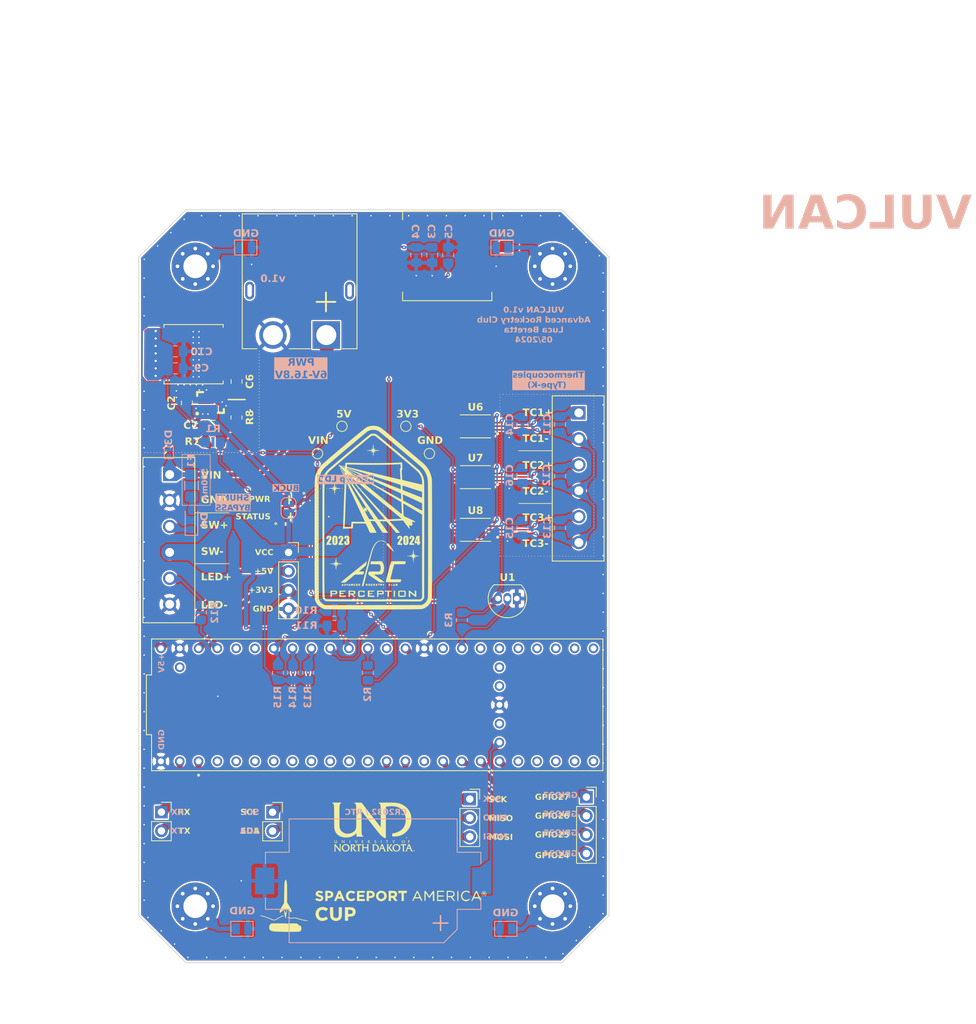
<source format=kicad_pcb>
(kicad_pcb (version 20240108) (generator "pcbnew") (generator_version "8.0")
  (title_block (title "VULCAN") (date "5/7/2024") (rev "0") (comment 4 "Luca Beretta"))
  (layers (0 "F.Cu" signal) (31 "B.Cu" signal) (34 "B.Paste" user) (35 "F.Paste" user) (36 "B.SilkS" user "B.Silkscreen") (37 "F.SilkS" user "F.Silkscreen") (38 "B.Mask" user) (39 "F.Mask" user) (44 "Edge.Cuts" user))
  (net 0 "")
  (net 1 "GND")
  (net 2 "+3V3")
  (net 3 "/+5V")
  (net 4 "/VBAT_COIN")
  (net 5 "/T1")
  (net 6 "/T-")
  (net 7 "/T2")
  (net 8 "/T3")
  (net 9 "/SPI_MISO")
  (net 10 "/SPI_SCK")
  (net 11 "/SPI_MOSI")
  (net 12 "/I2C_SCL")
  (net 13 "/I2C_SDA")
  (net 14 "/TX")
  (net 15 "/RX")
  (net 16 "/GPIO25")
  (net 17 "/GPIO24")
  (net 18 "/GPIO27")
  (net 19 "/GPIO26")
  (net 20 "/PITOT")
  (net 21 "/VBAT_CURRENT_SENSE")
  (net 22 "/TC_DATA")
  (net 23 "/VCC")
  (net 24 "/BOARD_TEMP")
  (net 25 "/VCC_SENSE")
  (net 26 "/VBAT_SW")
  (net 27 "/LED_GRN")
  (net 28 "/VBAT")
  (net 29 "/VBAT_RP")
  (net 30 "Net-(D2-PadA)")
  (net 31 "Net-(JP1-B)")
  (net 32 "Net-(JP3-A)")
  (net 33 "Net-(JP4-A)")
  (net 34 "Net-(JP5-A)")
  (net 35 "Net-(JP6-A)")
  (net 64 "Net-(D1-PadA)")
  (net 66 "Net-(U4-FB)")
  (net 67 "Net-(U4-SW)")
  (net 68 "Net-(U4-BST)")
  (net 69 "Net-(D4-A)")
  (net 75 "/LED_EXT")
  (net 78 "Net-(J7-Pin_5)")
  (footprint "Resistor_SMD:R_0805_2012Metric_Pad1.20x1.40mm_HandSolder" (layer "F.Cu") (at 162.4076 77.0382)
    (property "Reference" "R7")
    (property "Value" "220k")
  )
  (footprint "CustomFootprintLib:IND_SRN8040TA-6R8M" (layer "F.Cu") (at 159.7858 65.2018 180)
    (property "Reference" "L1" (hide yes))
    (property "Value" "6.8uH")
  )
  (footprint "Package_TO_SOT_THT:TO-92_Inline" (layer "F.Cu") (at 203.454 98.171 180)
    (property "Reference" "U1")
    (property "Value" "DS18B20+")
  )
  (footprint "Resistor_SMD:R_0805_2012Metric_Pad1.20x1.40mm_HandSolder" (layer "F.Cu") (at 165.5826 73.7456 90)
    (property "Reference" "R8")
    (property "Value" "41.2k")
  )
  (footprint "TestPoint:TestPoint_Pad_D1.0mm" (layer "F.Cu") (at 179.832 74.93 -90)
    (property "Reference" "TP2" (hide yes))
    (property "Value" "+5V")
  )
  (footprint "MountingHole:MountingHole_3.2mm_M3_Pad_Via" (layer "F.Cu") (at 160.02 53.34)
    (property "Reference" "H1" (hide yes))
    (property "Value" "MountingHole_Pad")
  )
  (footprint "CustomFootprintLib:SON50P300X400X80-11N" (layer "F.Cu") (at 197.866 74.938 180)
    (property "Reference" "U6")
    (property "Value" "MAX31850KATB+T")
  )
  (footprint "CustomFootprintLib:SON50P300X400X80-11N" (layer "F.Cu") (at 197.866 81.796 180)
    (property "Reference" "U7")
    (property "Value" "MAX31850KATB+T")
  )
  (footprint "Capacitor_SMD:C_0805_2012Metric_Pad1.18x1.45mm_HandSolder" (layer "F.Cu") (at 158.8912 71.7804 90)
    (property "Reference" "C2")
    (property "Value" "10uF")
  )
  (footprint "Skyhawkson_Footprints:OSRAM_0805" (layer "F.Cu") (at 172.7962 84.8614)
    (property "Reference" "D1" (hide yes))
    (property "Value" "CMD17-21VRD/TR8")
  )
  (footprint "Capacitor_SMD:C_0805_2012Metric_Pad1.18x1.45mm_HandSolder" (layer "F.Cu") (at 165.5968 68.8848 90)
    (property "Reference" "C6")
    (property "Value" "0.1uF")
  )
  (footprint "CustomFootprintLib:AMASS_XT60PW-M" (layer "F.Cu") (at 174.117 56.617)
    (property "Reference" "J1" (hide yes))
    (property "Value" "XT60PW-M")
  )
  (footprint "TestPoint:TestPoint_Pad_D1.0mm" (layer "F.Cu") (at 176.53 78.610832)
    (property "Reference" "TP4" (hide yes))
    (property "Value" "VIN")
  )
  (footprint "LOGO" (layer "F.Cu") (at 184.15 87.122)
    (property "Reference" "G1" (hide yes))
    (property "Value" "LOGO" (hide yes))
  )
  (footprint "CustomFootprintLib:TERMBLOCK_OSTTE060104" (layer "F.Cu") (at 211.836 73.122 -90)
    (property "Reference" "J8" (hide yes))
    (property "Value" "Screw_Terminal_01x06" (hide yes))
  )
  (footprint "LOGO" (layer "F.Cu") (at 184.013289 139.7)
    (property "Reference" "G***" (hide yes))
    (property "Value" "LOGO" (hide yes))
  )
  (footprint "Connector_PinSocket_2.54mm:PinSocket_1x03_P2.54mm_Vertical" (layer "F.Cu") (at 197.104 125.237)
    (property "Reference" "J5" (hide yes))
    (property "Value" "SPI")
  )
  (footprint "Capacitor_SMD:C_0805_2012Metric_Pad1.18x1.45mm_HandSolder" (layer "F.Cu") (at 162.429 74.8538)
    (property "Reference" "C7")
    (property "Value" "47pF")
  )
  (footprint "Connector_PinSocket_2.54mm:PinSocket_1x02_P2.54mm_Vertical" (layer "F.Cu") (at 155.448 127)
    (property "Reference" "J4" (hide yes))
    (property "Value" "Serial")
  )
  (footprint "CustomFootprintLib:TERMBLOCK_OSTTE060104" (layer "F.Cu") (at 156.564 81.447 -90)
    (property "Reference" "J7" (hide yes))
    (property "Value" "Screw_Terminal_01x06" (hide yes))
  )
  (footprint "MountingHole:MountingHole_3.2mm_M3_Pad_Via" (layer "F.Cu") (at 208.28 53.34)
    (property "Reference" "H2" (hide yes))
    (property "Value" "MountingHole_Pad")
  )
  (footprint "LOGO" (layer "F.Cu") (at 184.06537 129.032)
    (property "Reference" "G***" (hide yes))
    (property "Value" "LOGO" (hide yes))
  )
  (footprint "TestPoint:TestPoint_Pad_D1.0mm" (layer "F.Cu") (at 188.468 74.93)
    (property "Reference" "TP3" (hide yes))
    (property "Value" "+3V3")
  )
  (footprint "CustomFootprintLib:MODULE_DEV-16771" (layer "F.Cu") (at 184.596667 112.522)
    (property "Reference" "U5" (hide yes))
    (property "Value" "Teensy 4.1")
  )
  (footprint "MountingHole:MountingHole_3.2mm_M3_Pad_Via" (layer "F.Cu") (at 208.28 139.7)
    (property "Reference" "H4" (hide yes))
    (property "Value" "MountingHole_Pad")
  )
  (footprint "TestPoint:TestPoint_Pad_D1.0mm" (layer "F.Cu") (at 191.647 78.610832 -90)
    (property "Reference" "TP1" (hide yes))
    (property "Value" "GND")
  )
  (footprint "MountingHole:MountingHole_3.2mm_M3_Pad_Via" (layer "F.Cu") (at 160.02 139.7)
    (property "Reference" "H3" (hide yes))
    (property "Value" "MountingHole_Pad")
  )
  (footprint "SnapEDA Library:XDCR_MPXV7002DP" (layer "F.Cu") (at 194.056 51.943)
    (property "Reference" "U3" (hide yes))
    (property "Value" "MPXV7002DP" (hide yes))
  )
  (footprint "CustomFootprintLib:AP63356 (V-DFN3020-13)" (layer "F.Cu") (at 162.0794 71.7178)
    (property "Reference" "U4" (hide yes))
    (property "Value" "AP63357QZV-7" (hide yes))
  )
  (footprint "Connector_PinSocket_2.54mm:PinSocket_1x04_P2.54mm_Vertical" (layer "F.Cu") (at 212.852 124.968)
    (property "Reference" "J6" (hide yes))
    (property "Value" "GPIO")
  )
  (footprint "Skyhawkson_Footprints:OSRAM_0805" (layer "F.Cu") (at 172.7962 87.1728 180)
    (property "Reference" "D2" (hide yes))
    (property "Value" "CMD17-21VGD/TR8")
  )
  (footprint "Connector_PinSocket_2.54mm:PinSocket_1x02_P2.54mm_Vertical" (layer "F.Cu") (at 170.459 127.02)
    (property "Reference" "J3" (hide yes))
    (property "Value" "I2C")
  )
  (footprint "CustomFootprintLib:SON50P300X400X80-11N" (layer "F.Cu") (at 197.866 88.9 180)
    (property "Reference" "U8")
    (property "Value" "MAX31850KATB+T")
  )
  (footprint "Connector_PinSocket_2.54mm:PinSocket_1x04_P2.54mm_Vertical" (layer "F.Cu") (at 172.618 91.958)
    (property "Reference" "J2" (hide yes))
    (property "Value" "POWER")
  )
  (footprint "Capacitor_SMD:C_0805_2012Metric_Pad1.18x1.45mm_HandSolder" (layer "B.Cu") (at 204.216 74.6975 -90)
    (property "Reference" "C14")
    (property "Value" "0.1uF")
  )
  (footprint "CustomFootprintLib:SolderJumper" (layer "B.Cu") (at 166.84 50.85)
    (property "Reference" "JP3" (hide yes))
    (property "Value" "Jumper_2_Open")
  )
  (footprint "Jumper:SolderJumper-2_P1.3mm_Open_RoundedPad1.0x1.5mm" (layer "B.Cu") (at 172.6184 85.964 90)
    (property "Reference" "JP1" (hide yes))
    (property "Value" "Jumper_2_Open")
  )
  (footprint "PCM_Diode_SMD_Handsoldering_AKL:D_SOD-882_DFN1006-2_TVS" (layer "B.Cu") (at 156.464 78.486 -90)
    (property "Reference" "D3")
    (property "Value" "SPHV12-01ETG-C" (hide yes))
  )
  (footprint "Capacitor_SMD:C_0805_2012Metric_Pad1.18x1.45mm_HandSolder" (layer "B.Cu") (at 194.183 51.816 90)
    (property "Reference" "C5")
    (property "Value" "470pF")
  )
  (footprint "Fuse:Fuse_1206_3216Metric_Pad1.42x1.75mm_HandSolder" (layer "B.Cu") (at 159.512 82.931 -90)
    (property "Reference" "F1")
    (property "Value" "500mA")
  )
  (footprint "Capacitor_SMD:C_0805_2012Metric_Pad1.18x1.45mm_HandSolder" (layer "B.Cu") (at 157.3418 64.8208)
    (property "Reference" "C10")
    (property "Value" "22uF")
  )
  (footprint "Battery:BatteryHolder_Keystone_1060_1x2032" (layer "B.Cu") (at 184.05 136.271 180)
    (property "Reference" "BT1" (hide yes))
    (property "Value" "Battery_Cell")
  )
  (footprint "Capacitor_SMD:C_0805_2012Metric_Pad1.18x1.45mm_HandSolder" (layer "B.Cu") (at 204.216 81.5555 -90)
    (property "Reference" "C16")
    (property "Value" "0.1uF")
  )
  (footprint "Diode_SMD:D_SOD-323_HandSoldering" (layer "B.Cu") (at 159.512 87.63 90)
    (property "Reference" "D4")
    (property "Value" "BAT165AX")
  )
  (footprint "CustomFootprintLib:SolderJumper" (layer "B.Cu") (at 201.46 50.75 180)
    (property "Reference" "JP4" (hide yes))
    (property "Value" "Jumper_2_Open")
  )
  (footprint "Resistor_SMD:R_0805_2012Metric_Pad1.20x1.40mm_HandSolder" (layer "B.Cu") (at 160.782 100.06 90)
    (property "Reference" "R12")
    (property "Value" "R")
  )
  (footprint "Capacitor_SMD:C_0805_2012Metric_Pad1.18x1.45mm_HandSolder" (layer "B.Cu") (at 209.296 81.661 -90)
    (property "Reference" "C12")
    (property "Value" "0.01uF")
  )
  (footprint "CustomFootprintLib:SolderJumper" (layer "B.Cu") (at 166.332 142.798)
    (property "Reference" "JP5" (hide yes))
    (property "Value" "Jumper_2_Open")
  )
  (footprint "Capacitor_SMD:C_0805_2012Metric_Pad1.18x1.45mm_HandSolder" (layer "B.Cu") (at 189.865 51.816 -90)
    (property "Reference" "C4")
    (property "Value" "1.0uF")
  )
  (footprint "Capacitor_SMD:C_0805_2012Metric_Pad1.18x1.45mm_HandSolder" (layer "B.Cu") (at 209.296 88.646 -90)
    (property "Reference" "C13")
    (property "Value" "0.01uF")
  )
  (footprint "Resistor_SMD:R_0805_2012Metric_Pad1.20x1.40mm_HandSolder" (layer "B.Cu") (at 171.196 108.204 -90)
    (property "Reference" "R15")
    (property "Value" "4.7k")
  )
  (footprint "Capacitor_SMD:C_0805_2012Metric_Pad1.18x1.45mm_HandSolder" (layer "B.Cu") (at 192.024 51.816 -90)
    (property "Reference" "C3")
    (property "Value" "0.01uF")
  )
  (footprint "Capacitor_SMD:C_0805_2012Metric_Pad1.18x1.45mm_HandSolder" (layer "B.Cu") (at 209.296 74.676 -90)
    (property "Reference" "C11")
    (property "Value" "0.01uF")
  )
  (footprint "Resistor_SMD:R_0805_2012Metric_Pad1.20x1.40mm_HandSolder" (layer "B.Cu") (at 196.0372 101.092 -90)
    (property "Reference" "R3")
    (property "Value" "4.7k")
  )
  (footprint "Capacitor_SMD:C_0805_2012Metric_Pad1.18x1.45mm_HandSolder" (layer "B.Cu") (at 204.216 88.6675 -90)
    (property "Reference" "C15")
    (property "Value" "0.1uF")
  )
  (footprint "CustomFootprintLib:SolderJumper" (layer "B.Cu") (at 201.968 142.698 180)
    (property "Reference" "JP6" (hide yes))
    (property "Value" "Jumper_2_Open")
  )
  (footprint "Resistor_SMD:R_0805_2012Metric_Pad1.20x1.40mm_HandSolder" (layer "B.Cu") (at 178.816 99.822)
    (property "Reference" "R10")
    (property "Value" "300k")
  )
  (footprint "Resistor_SMD:R_0805_2012Metric_Pad1.20x1.40mm_HandSolder" (layer "B.Cu") (at 175.26 108.204 90)
    (property "Reference" "R13")
    (property "Value" "4.7k")
  )
  (footprint "Resistor_SMD:R_0805_2012Metric_Pad1.20x1.40mm_HandSolder" (layer "B.Cu") (at 162.4076 77.089)
    (property "Reference" "R1")
    (property "Value" "150")
  )
  (footprint "Resistor_SMD:R_0805_2012Metric_Pad1.20x1.40mm_HandSolder" (layer "B.Cu") (at 173.228 108.204 90)
    (property "Reference" "R14")
    (property "Value" "4.7k")
  )
  (footprint "Capacitor_SMD:C_0805_2012Metric_Pad1.18x1.45mm_HandSolder" (layer "B.Cu") (at 157.3418 67.1068)
    (property "Reference" "C9")
    (property "Value" "22uF")
  )
  (footprint "Resistor_SMD:R_0805_2012Metric_Pad1.20x1.40mm_HandSolder" (layer "B.Cu") (at 183.3372 108.204 90)
    (property "Reference" "R2")
    (property "Value" "62")
  )
  (footprint "Resistor_SMD:R_0805_2012Metric_Pad1.20x1.40mm_HandSolder" (layer "B.Cu") (at 178.816 101.854 180)
    (property "Reference" "R11")
    (property "Value" "100k")
  )
  (gr_rect (start 176.53 83.312) (end 185.42 98.298) (stroke (width 0.1) (type dot)) (fill none) (layer "B.SilkS"))
  (gr_rect (start 201.168 70.612) (end 213.868 92.456) (stroke (width 0.1) (type dot)) (fill none) (layer "B.SilkS"))
  (gr_rect (start 158.242 78.74) (end 162.052 85.598) (stroke (width 0.1)) (fill none) (layer "B.SilkS"))
  (gr_line (start 164.592 93.472) (end 160.02 93.472) (stroke (width 0.1)) (layer "F.SilkS"))
  (gr_line (start 208.2292 78.232) (end 203.708 78.232) (stroke (width 0.1)) (layer "F.SilkS"))
  (gr_line (start 153.162 78.486) (end 168.656 78.486) (stroke (width 0.1) (type dot)) (layer "F.SilkS"))
  (gr_line (start 208.2292 85.344) (end 203.708 85.344) (stroke (width 0.1)) (layer "F.SilkS"))
  (gr_line (start 166.7652 71.3232) (end 164.4792 71.3232) (stroke (width 0.2)) (layer "F.SilkS"))
  (gr_line (start 164.592 86.614) (end 160.02 86.614) (stroke (width 0.1)) (layer "F.SilkS"))
  (gr_line (start 168.656 64.77) (end 168.656 78.486) (stroke (width 0.1) (type dot)) (layer "F.SilkS"))
  (gr_line (start 158.75 147.32) (end 209.55 147.32) (stroke (width 0.1)) (layer "Edge.Cuts"))
  (gr_line (start 209.55 147.32) (end 215.9 140.97) (stroke (width 0.1)) (layer "Edge.Cuts"))
  (gr_line (start 152.4 52.07) (end 152.4 140.97) (stroke (width 0.1)) (layer "Edge.Cuts"))
  (gr_line (start 158.75 45.72) (end 152.4 52.07) (stroke (width 0.1)) (layer "Edge.Cuts"))
  (gr_line (start 152.4 140.97) (end 158.75 147.32) (stroke (width 0.1)) (layer "Edge.Cuts"))
  (gr_line (start 209.55 45.72) (end 158.75 45.72) (stroke (width 0.1)) (layer "Edge.Cuts"))
  (gr_line (start 215.9 52.07) (end 209.55 45.72) (stroke (width 0.1)) (layer "Edge.Cuts"))
  (gr_line (start 215.9 140.97) (end 215.9 52.07) (stroke (width 0.1)) (layer "Edge.Cuts"))
  (gr_text "MOSI" (at 198.882 130.81 -0) (layer "B.SilkS") (effects (font (size 0.8 0.8) (thickness 0.2) (bold yes)) (justify right bottom mirror)))
  (gr_text "GPIO25" (at 207.01 130.302 -0) (layer "B.SilkS") (effects (font (size 0.8 0.8) (thickness 0.2) (bold yes)) (justify right bottom mirror)))
  (gr_text "PWR\n6V-16.8V" (at 174.3202 68.6054 0) (layer "B.SilkS" knockout) (effects (font (size 1 1) (thickness 0.2) (bold yes)) (justify bottom mirror)))
  (gr_text "VULCAN v1.0\nAdvanced Rocketry Club\nLuca Beretta\n05/2024" (at 205.74 63.754 0) (layer "B.SilkS") (effects (font (size 0.8 0.8) (thickness 0.2) (bold yes)) (justify bottom mirror)))
  (gr_text "SCK" (at 198.882 125.73 -0) (layer "B.SilkS") (effects (font (size 0.8 0.8) (thickness 0.2) (bold yes)) (justify right bottom mirror)))
  (gr_text "GND" (at 166.878 49.53 0) (layer "B.SilkS") (effects (font (size 1 1) (thickness 0.2) (bold yes)) (justify bottom mirror)))
  (gr_text "SHUNT\nBYPASS" (at 165.1254 86.4362 0) (layer "B.SilkS" knockout) (effects (font (size 0.8 0.8) (thickness 0.2) (bold yes)) (justify bottom mirror)))
  (gr_text "BUCK" (at 174.0408 83.7946 0) (layer "B.SilkS" knockout) (effects (font (size 0.8 0.8) (thickness 0.2) (bold yes)) (justify left bottom mirror)))
  (gr_text "GPIO26" (at 207.01 127.762 -0) (layer "B.SilkS") (effects (font (size 0.8 0.8) (thickness 0.2) (bold yes)) (justify right bottom mirror)))
  (gr_text "GND" (at 166.37 140.97 0) (layer "B.SilkS") (effects (font (size 1 1) (thickness 0.2) (bold yes)) (justify bottom mirror)))
  (gr_text "Thermocouples \n(Type-K)" (at 207.518 69.85 0) (layer "B.SilkS" knockout) (effects (font (size 0.8 0.8) (thickness 0.2) (bold yes)) (justify bottom mirror)))
  (gr_text "SDA" (at 168.656 130.048 -0) (layer "B.SilkS") (effects (font (size 0.8 0.8) (thickness 0.2) (bold yes)) (justify left bottom mirror)))
  (gr_text "GND" (at 201.422 49.53 0) (layer "B.SilkS") (effects (font (size 1 1) (thickness 0.2) (bold yes)) (justify bottom mirror)))
  (gr_text "GPIO24" (at 207.01 133.096 -0) (layer "B.SilkS") (effects (font (size 0.8 0.8) (thickness 0.2) (bold yes)) (justify right bottom mirror)))
  (gr_text "Backup LDO" (at 184.15 82.55 0) (layer "B.SilkS" knockout) (effects (font (size 0.8 0.8) (thickness 0.2) (bold yes)) (justify left bottom mirror)))
  (gr_text "CR2032 / RTC" (at 184.404 127.508 0) (layer "B.SilkS") (effects (font (size 0.8 0.8) (thickness 0.2) (bold yes)) (justify bottom mirror)))
  (gr_text "VULCAN" (at 264.922 49.022 0) (layer "B.SilkS") (effects (font (size 4.5 4.5) (thickness 0.3) (bold yes) (italic yes)) (justify left bottom mirror)))
  (gr_text "+5V" (at 155.956 108.204 90) (layer "B.SilkS") (effects (font (size 0.8 0.8) (thickness 0.2) (bold yes)) (justify right bottom mirror)))
  (gr_text "MISO" (at 198.882 128.27 -0) (layer "B.SilkS") (effects (font (size 0.8 0.8) (thickness 0.2) (bold yes)) (justify right bottom mirror)))
  (gr_text "GPIO27" (at 207.01 125.222 -0) (layer "B.SilkS") (effects (font (size 0.8 0.8) (thickness 0.2) (bold yes)) (justify right bottom mirror)))
  (gr_text "500mA" (at 161.798 84.963 90) (layer "B.SilkS") (effects (font (size 0.8 0.8) (thickness 0.2) (bold yes)) (justify right bottom mirror)))
  (gr_text "v1.0" (at 172.212 55.626 0) (layer "B.SilkS") (effects (font (size 1 1) (thickness 0.2) (bold yes)) (justify left bottom mirror)))
  (gr_text "SCL" (at 168.656 127.508 -0) (layer "B.SilkS") (effects (font (size 0.8 0.8) (thickness 0.2) (bold yes)) (justify left bottom mirror)))
  (gr_text "RX" (at 158.496 127.508 -0) (layer "B.SilkS") (effects (font (size 0.8 0.8) (thickness 0.2) (bold yes)) (justify left bottom mirror)))
  (gr_text "GND" (at 155.956 118.618 90) (layer "B.SilkS") (effects (font (size 0.8 0.8) (thickness 0.2) (bold yes)) (justify right bottom mirror)))
  (gr_text "TX" (at 158.383648 130.048 -0) (layer "B.SilkS") (effects (font (size 0.8 0.8) (thickness 0.2) (bold yes)) (justify left bottom mirror)))
  (gr_text "GND" (at 201.93 141.224 0) (layer "B.SilkS") (effects (font (size 1 1) (thickness 0.2) (bold yes)) (justify bottom mirror)))
  (gr_text "TC3+" (at 204.216 87.884 0) (layer "F.SilkS") (effects (font (size 1 1) (thickness 0.2) (bold yes)) (justify left bottom)))
  (gr_text "TC2+" (at 204.216 80.828 0) (layer "F.SilkS") (effects (font (size 1 1) (thickness 0.2) (bold yes)) (justify left bottom)))
  (gr_text "3V3" (at 187.198 73.914 0) (layer "F.SilkS") (effects (font (size 1 1) (thickness 0.2) (bold yes)) (justify left bottom)))
  (gr_text "MISO" (at 199.644 128.349584 0) (layer "F.SilkS") (effects (font (size 0.8 0.8) (thickness 0.2) (bold yes)) (justify left bottom)))
  (gr_text "GPIO25" (at 210.566 130.556 0) (layer "F.SilkS") (effects (font (size 0.8 0.8) (thickness 0.2) (bold yes)) (justify right bottom)))
  (gr_text "TC3-" (at 204.216 91.384 0) (layer "F.SilkS") (effects (font (size 1 1) (thickness 0.2) (bold yes)) (justify left bottom)))
  (gr_text "TC1-" (at 204.216 77.216 0) (layer "F.SilkS") (effects (font (size 1 1) (thickness 0.2) (bold yes)) (justify left bottom)))
  (gr_text "GPIO27" (at 210.566 125.476 0) (layer "F.SilkS") (effects (font (size 0.8 0.8) (thickness 0.2) (bold yes)) (justify right bottom)))
  (gr_text "RX" (at 157.621648 127.508 0) (layer "F.SilkS") (effects (font (size 0.8 0.8) (thickness 0.2) (bold yes)) (justify left bottom)))
  (gr_text "LED+" (at 160.782 95.885 0) (layer "F.SilkS") (effects (font (size 1 1) (thickness 0.2) (bold yes)) (justify left bottom)))
  (gr_text "5V" (at 179.07 73.914 0) (layer "F.SilkS") (effects (font (size 1 1) (thickness 0.2) (bold yes)) (justify left bottom)))
  (gr_text "LED-" (at 160.782 99.695 0) (layer "F.SilkS") (effects (font (size 1 1) (thickness 0.2) (bold yes)) (justify left bottom)))
  (gr_text "GND" (at 170.561 100.076 0) (layer "F.SilkS") (effects (font (size 0.8 0.8) (thickness 0.2) (bold yes)) (justify right bottom)))
  (gr_text "GPIO24" (at 210.566 133.35 0) (layer "F.SilkS") (effects (font (size 0.8 0.8) (thickness 0.2) (bold yes)) (justify right bottom)))
  (gr_text "VIN" (at 160.782 82.169 0) (layer "F.SilkS") (effects (font (size 1 1) (thickness 0.2) (bold yes)) (justify left bottom)))
  (gr_text "SCL" (at 166.116 127.508 0) (layer "F.SilkS") (effects (font (size 0.8 0.8) (thickness 0.2) (bold yes)) (justify left bottom)))
  (gr_text "SDA" (at 166.116 130.048 0) (layer "F.SilkS") (effects (font (size 0.8 0.8) (thickness 0.2) (bold yes)) (justify left bottom)))
  (gr_text "SW+" (at 160.782 88.9 0) (layer "F.SilkS") (effects (font (size 1 1) (thickness 0.2) (bold yes)) (justify left bottom)))
  (gr_text "TX" (at 157.734 130.048 0) (layer "F.SilkS") (effects (font (size 0.8 0.8) (thickness 0.2) (bold yes)) (justify left bottom)))
  (gr_text "VIN" (at 175.26 77.47 0) (layer "F.SilkS") (effects (font (size 1 1) (thickness 0.2) (bold yes)) (justify left bottom)))
  (gr_text "TC1+" (at 204.216 73.716 0) (layer "F.SilkS") (effects (font (size 1 1) (thickness 0.2) (bold yes)) (justify left bottom)))
  (gr_text "VCC" (at 170.586 92.456 0) (layer "F.SilkS") (effects (font (size 0.8 0.8) (thickness 0.2) (bold yes)) (justify right bottom)))
  (gr_text "TC2-" (at 204.216 84.328 0) (layer "F.SilkS") (effects (font (size 1 1) (thickness 0.2) (bold yes)) (justify left bottom)))
  (gr_text "SCK" (at 199.644 125.809584 0) (layer "F.SilkS") (effects (font (size 0.8 0.8) (thickness 0.2) (bold yes)) (justify left bottom)))
  (gr_text "GND" (at 160.782 85.471 0) (layer "F.SilkS") (effects (font (size 1 1) (thickness 0.2) (bold yes)) (justify left bottom)))
  (gr_text "+3V3" (at 170.561 97.536 0) (layer "F.SilkS") (effects (font (size 0.8 0.8) (thickness 0.2) (bold yes)) (justify right bottom)))
  (gr_text "SW-" (at 160.782 92.456 0) (layer "F.SilkS") (effects (font (size 1 1) (thickness 0.2) (bold yes)) (justify left bottom)))
  (gr_text "GPIO26" (at 210.566 128.016 0) (layer "F.SilkS") (effects (font (size 0.8 0.8) (thickness 0.2) (bold yes)) (justify right bottom)))
  (gr_text "+5V" (at 170.586 94.996 0) (layer "F.SilkS") (effects (font (size 0.8 0.8) (thickness 0.2) (bold yes)) (justify right bottom)))
  (gr_text "PWR" (at 170.172183 85.2678 0) (layer "F.SilkS") (effects (font (size 0.8 0.8) (thickness 0.2) (bold yes)) (justify right bottom)))
  (gr_text "GND\n" (at 189.992 77.47 0) (layer "F.SilkS") (effects (font (size 1 1) (thickness 0.2) (bold yes)) (justify left bottom)))
  (gr_text "MOSI" (at 199.644 130.889584 0) (layer "F.SilkS") (effects (font (size 0.8 0.8) (thickness 0.2) (bold yes)) (justify left bottom)))
  (gr_text "STATUS" (at 170.2054 87.63 0) (layer "F.SilkS") (effects (font (size 0.8 0.8) (thickness 0.2) (bold yes)) (justify right bottom)))
  (segment (start 202.184 90.424) (end 201.66 89.9) (width 0.2) (layer "F.Cu") (net 1))
  (segment (start 158.8912 70.7429) (end 160.0239 70.7429) (width 0.6) (layer "F.Cu") (net 1))
  (segment (start 160.0239 70.7429) (end 160.2488 70.9678) (width 0.6) (layer "F.Cu") (net 1))
  (segment (start 201.66 89.9) (end 199.801 89.9) (width 0.2) (layer "F.Cu") (net 1))
  (segment (start 160.2488 70.9678) (end 161.4044 70.9678) (width 0.6) (layer "F.Cu") (net 1))
  (via (at 188.850364 46.5081) (size 0.5) (drill 0.2) (layers "F.Cu" "B.Cu") (net 1))
  (via (at 215.1119 128.007073) (size 0.5) (drill 0.2) (layers "F.Cu" "B.Cu") (net 1))
  (via (at 196.481932 46.5081) (size 0.5) (drill 0.2) (layers "F.Cu" "B.Cu") (net 1))
  (via (at 215.1119 87.305377) (size 0.5) (drill 0.2) (layers "F.Cu" "B.Cu") (net 1))
  (via (at 176.829566 146.6081) (size 0.5) (drill 0.2) (layers "F.Cu" "B.Cu") (net 1))
  (via (at 153.1119 70.196853) (size 0.5) (drill 0.2) (layers "F.Cu" "B.Cu") (net 1))
  (via (at 215.1119 110.200081) (size 0.5) (drill 0.2) (layers "F.Cu" "B.Cu") (net 1))
  (via (at 215.1119 54.235249) (size 0.5) (drill 0.2) (layers "F.Cu" "B.Cu") (net 1))
  (via (at 160.867948 46.5081) (size 0.5) (drill 0.2) (layers "F.Cu" "B.Cu") (net 1))
  (via (at 215.1119 69.498385) (size 0.5) (drill 0.2) (layers "F.Cu" "B.Cu") (net 1))
  (via (at 169.197998 146.6081) (size 0.5) (drill 0.2) (layers "F.Cu" "B.Cu") (net 1))
  (via (at 164.110286 146.6081) (size 0.5) (drill 0.2) (layers "F.Cu" "B.Cu") (net 1))
  (via (at 215.1119 117.831649) (size 0.5) (drill 0.2) (layers "F.Cu" "B.Cu") (net 1))
  (via (at 215.1119 79.673809) (size 0.5) (drill 0.2) (layers "F.Cu" "B.Cu") (net 1))
  (via (at 215.1119 92.393089) (size 0.5) (drill 0.2) (layers "F.Cu" "B.Cu") (net 1))
  (via (at 215.1119 112.743937) (size 0.5) (drill 0.2) (layers "F.Cu" "B.Cu") (net 1))
  (via (at 160.17571 69.342) (size 0.5) (drill 0.2) (layers "F.Cu" "B.Cu") (net 1))
  (via (at 215.1119 82.217665) (size 0.5) (drill 0.2) (layers "F.Cu" "B.Cu") (net 1))
  (via (at 153.1119 121.073973) (size 0.5) (drill 0.2) (layers "F.Cu" "B.Cu") (net 1))
  (via (at 215.1119 97.480801) (size 0.5) (drill 0.2) (layers "F.Cu" "B.Cu") (net 1))
  (via (at 159.022574 146.6081) (size 0.5) (drill 0.2) (layers "F.Cu" "B.Cu") (net 1))
  (via (at 161.006652 69.342) (size 0.5) (drill 0.2) (layers "F.Cu" "B.Cu") (net 1))
  (via (at 153.1119 105.810837) (size 0.5) (drill 0.2) (layers "F.Cu" "B.Cu") (net 1))
  (via (at 167.64 53.086) (size 0.5) (drill 0.2) (layers "F.Cu" "B.Cu") (net 1))
  (via (at 183.762652 46.5081) (size 0.5) (drill 0.2) (layers "F.Cu" "B.Cu") (net 1))
  (via (at 160.5168 68.2498) (size 0.5) (drill 0.2) (layers "F.Cu" "B.Cu") (net 1))
  (via (at 202.438 76.454) (size 0.5) (drill 0.2) (layers "F.Cu" "B.Cu") (net 1))
  (via (at 202.184 90.424) (size 0.5) (drill 0.2) (layers "F.Cu" "B.Cu") (net 1))
  (via (at 161.56643 146.6081) (size 0.5) (drill 0.2) (layers "F.Cu" "B.Cu") (net 1))
  (via (at 159.7548 68.2498) (size 0.5) (drill 0.2) (layers "F.Cu" "B.Cu") (net 1))
  (via (at 153.1119 128.705541) (size 0.5) (drill 0.2) (layers "F.Cu" "B.Cu") (net 1))
  (via (at 215.1119 102.568513) (size 0.5) (drill 0.2) (layers "F.Cu" "B.Cu") (net 1))
  (via (at 189.548846 146.6081) (size 0.5) (drill 0.2) (layers "F.Cu" "B.Cu") (net 1))
  (via (at 209.695122 146.114218) (size 0.5) (drill 0.2) (layers "F.Cu" "B.Cu") (net 1))
  (via (at 153.1119 126.161685) (size 0.5) (drill 0.2) (layers "F.Cu" "B.Cu") (net 1))
  (via (at 156.72989 48.80077) (size 0.5) (drill 0.2) (layers "F.Cu" "B.Cu") (net 1))
  (via (at 164.1856 72.1614) (size 0.5) (drill 0.2) (layers "F.Cu" "B.Cu") (net 1))
  (via (at 199.72427 146.6081) (size 0.5) (drill 0.2) (layers "F.Cu" "B.Cu") (net 1))
  (via (at 159.7548 65.9638) (size 0.5) (drill 0.2) (layers "F.Cu" "B.Cu") (net 1))
  (via (at 159.7548 66.7258) (size 0.5) (drill 0.2) (layers "F.Cu" "B.Cu") (net 1))
  (via (at 204.811982 146.6081) (size 0.5) (drill 0.2) (layers "F.Cu" "B.Cu") (net 1))
  (via (at 159.7548 64.4398) (size 0.5) (drill 0.2) (layers "F.Cu" "B.Cu") (net 1))
  (via (at 159.7548 65.2018) (size 0.5) (drill 0.2) (layers "F.Cu" "B.Cu") (net 1))
  (via (at 215.1119 122.919361) (size 0.5) (drill 0.2) (layers "F.Cu" "B.Cu") (net 1))
  (via (at 178.67494 46.5081) (size 0.5) (drill 0.2) (layers "F.Cu" "B.Cu") (net 1))
  (via (at 215.1119 64.410673) (size 0.5) (drill 0.2) (layers "F.Cu" "B.Cu") (net 1))
  (via (at 160.5168 65.9638) (size 0.5) (drill 0.2) (layers "F.Cu" "B.Cu") (net 1))
  (via (at 193.938076 46.5081) (size 0.5) (drill 0.2) (layers "F.Cu" "B.Cu") (net 1))
  (via (at 157.4688 71.0438) (size 0.5) (drill 0.2) (layers "F.Cu" "B.Cu") (net 1))
  (via (at 202.438 83.312) (size 0.5) (drill 0.2) (layers "F.Cu" "B.Cu") (net 1))
  (via (at 158.513826 69.342) (size 0.5) (drill 0.2) (layers "F.Cu" "B.Cu") (net 1))
  (via (at 159.7548 62.1538) (size 0.5) (drill 0.2) (layers "F.Cu" "B.Cu") (net 1))
  (via (at 212.798796 50.105656) (size 0.5) (drill 0.2) (layers "F.Cu" "B.Cu") (net 1))
  (via (at 215.1119 74.586097) (size 0.5) (drill 0.2) (layers "F.Cu" "B.Cu") (net 1))
  (via (at 197.180414 146.6081) (size 0.5) (drill 0.2) (layers "F.Cu" "B.Cu") (net 1))
  (via (at 153.1119 136.337109) (size 0.5) (drill 0.2) (layers "F.Cu" "B.Cu") (net 1))
  (via (at 160.528 62.1538) (size 0.5) (drill 0.2) (layers "F.Cu" "B.Cu") (net 1))
  (via (at 153.1119 108.354693) (size 0.5) (drill 0.2) (layers "F.Cu" "B.Cu") (net 1))
  (via (at 153.1119 57.477573) (size 0.5) (drill 0.2) (layers "F.Cu" "B.Cu") (net 1))
  (via (at 157.223792 144.809332) (size 0.5) (drill 0.2) (layers "F.Cu" "B.Cu") (net 1))
  (via (at 174.28571 146.6081) (size 0.5) (drill 0.2) (layers "F.Cu" "B.Cu") (net 1))
  (via (at 211.000018 48.306878) (size 0.5) (drill 0.2) (layers "F.Cu" "B.Cu") (net 1))
  (via (at 157.6974 69.342) (size 0.5) (drill 0.2) (layers "F.Cu" "B.Cu") (net 1))
  (via (at 160.5168 67.4878) (size 0.5) (drill 0.2) (layers "F.Cu" "B.Cu") (net 1))
  (via (at 181.917278 146.6081) (size 0.5) (drill 0.2) (layers "F.Cu" "B.Cu") (net 1))
  (via (at 159.7548 67.4878) (size 0.5) (drill 0.2) (layers "F.Cu" "B.Cu") (net 1))
  (via (at 173.587228 46.5081) (size 0.5) (drill 0.2) (layers "F.Cu" "B.Cu") (net 1))
  (via (at 184.461134 146.6081) (size 0.5) (drill 0.2) (layers "F.Cu" "B.Cu") (net 1))
  (via (at 215.1119 61.866817) (size 0.5) (drill 0.2) (layers "F.Cu" "B.Cu") (net 1))
  (via (at 189.865 54.61) (size 0.5) (drill 0.2) (layers "F.Cu" "B.Cu") (net 1))
  (via (at 171.043372 46.5081) (size 0.5) (drill 0.2) (layers "F.Cu" "B.Cu") (net 1))
  (via (at 209.20124 46.5081) (size 0.5) (drill 0.2) (layers "F.Cu" "B.Cu") (net 1))
  (via (at 159.7548 63.6778) (size 0.5) (drill 0.2) (layers "F.Cu" "B.Cu") (net 1))
  (via (at 213.292678 142.516662) (size 0.5) (drill 0.2) (layers "F.Cu" "B.Cu") (net 1))
  (via (at 163.068 111.371) (size 0.5) (drill 0.2) (layers "F.Cu" "B.Cu") (net 1))
  (via (at 153.1119 80.372277) (size 0.5) (drill 0.2) (layers "F.Cu" "B.Cu") (net 1))
  (via (at 215.1119 133.094785) (size 0.5) (drill 0.2) (layers "F.Cu" "B.Cu") (net 1))
  (via (at 153.1119 133.793253) (size 0.5) (drill 0.2) (layers "F.Cu" "B.Cu") (net 1))
  (via (at 153.626236 141.211776) (size 0.5) (drill 0.2) (layers "F.Cu" "B.Cu") (net 1))
  (via (at 186.306508 46.5081) (size 0.5) (drill 0.2) (layers "F.Cu" "B.Cu") (net 1))
  (via (at 153.1119 118.530117) (size 0.5) (drill 0.2) (layers "F.Cu" "B.Cu") (net 1))
  (via (at 179.373422 146.6081) (size 0.5) (drill 0.2) (layers "F.Cu" "B.Cu") (net 1))
  (via (at 153.1119 72.740709) (size 0.5) (drill 0.2) (layers "F.Cu" "B.Cu") (net 1))
  (via (at 215.1119 125.463217) (size 0.5) (drill 0.2) (layers "F.Cu" "B.Cu") (net 1))
  (via (at 215.1119 59.322961) (size 0.5) (drill 0.2) (layers "F.Cu" "B.Cu") (net 1))
  (via (at 155.425014 143.010554) (size 0.5) (drill 0.2) (layers "F.Cu" "B.Cu") (net 1))
  (via (at 159.344768 69.342) (size 0.5) (drill 0.2) (layers "F.Cu" "B.Cu") (net 1))
  (via (at 163.411804 46.5081) (size 0.5) (drill 0.2) (layers "F.Cu" "B.Cu") (net 1))
  (via (at 160.5168 65.2018) (size 0.5) (drill 0.2) (layers "F.Cu" "B.Cu") (net 1))
  (via (at 166.654142 146.6081) (size 0.5) (drill 0.2) (layers "F.Cu" "B.Cu") (net 1))
  (via (at 153.1119 60.021429) (size 0.5) (drill 0.2) (layers "F.Cu" "B.Cu") (net 1))
  (via (at 192.092702 146.6081) (size 0.5) (drill 0.2) (layers "F.Cu" "B.Cu") (net 1))
  (via (at 167.4368 72.7202) (size 0.5) (drill 0.2) (layers "F.Cu" "B.Cu") (net 1))
  (via (at 194.636558 146.6081) (size 0.5) (drill 0.2) (layers "F.Cu" "B.Cu") (net 1))
  (via (at 153.1119 95.635413) (size 0.5) (drill 0.2) (layers "F.Cu" "B.Cu") (net 1))
  (via (at 215.1119 56.779105) (size 0.5) (drill 0.2) (layers "F.Cu" "B.Cu") (net 1))
  (via (at 153.1119 100.723125) (size 0.5) (drill 0.2) (layers "F.Cu" "B.Cu") (net 1))
  (via (at 160.5676 70.0278) (size 0.5) (drill 0.2) (layers "F.Cu" "B.Cu") (net 1))
  (via (at 153.1119 77.828421) (size 0.5) (drill 0.2) (layers "F.Cu" "B.Cu") (net 1))
  (via (at 168.499516 46.5081) (size 0.5) (drill 0.2) (layers "F.Cu" "B.Cu") (net 1))
  (via (at 215.1119 72.042241) (size 0.5) (drill 0.2) (layers "F.Cu" "B.Cu") (net 1))
  (via (at 153.1119 103.266981) (size 0.5) (drill 0.2) (layers "F.Cu" "B.Cu") (net 1))
  (via (at 181.218796 46.5081) (size 0.5) (drill 0.2) (layers "F.Cu" "B.Cu") (net 1))
  (via (at 176.131084 46.5081) (size 0.5) (drill 0.2) (layers "F.Cu" "B.Cu") (net 1))
  (via (at 215.1119 135.638641) (size 0.5) (drill 0.2) (layers "F.Cu" "B.Cu") (net 1))
  (via (at 211.4939 144.31544) (size 0.5) (drill 0.2) (layers "F.Cu" "B.Cu") (net 1))
  (via (at 160.5168 66.7258) (size 0.5) (drill 0.2) (layers "F.Cu" "B.Cu") (net 1))
  (via (at 153.1119 75.284565) (size 0.5) (drill 0.2) (layers "F.Cu" "B.Cu") (net 1))
  (via (at 159.7548 62.9158) (size 0.5) (drill 0.2) (layers "F.Cu" "B.Cu") (net 1))
  (via (at 153.1119 93.091557) (size 0.5) (drill 0.2) (layers "F.Cu" "B.Cu") (net 1))
  (via (at 166.243 136.271) (size 0.5) (drill 0.2) (layers "F.Cu" "B.Cu") (net 1))
  (via (at 215.1119 94.936945) (size 0.5) (drill 0.2) (layers "F.Cu" "B.Cu") (net 1))
  (via (at 207.355838 146.6081) (size 0.5) (drill 0.2) (layers "F.Cu" "B.Cu") (net 1))
  (via (at 215.1119 107.656225) (size 0.5) (drill 0.2) (layers "F.Cu" "B.Cu") (net 1))
  (via (at 215.1119 89.849233) (size 0.5) (drill 0.2) (layers "F.Cu" "B.Cu") (net 1))
  (via (at 187.00499 146.6081) (size 0.5) (drill 0.2) (layers "F.Cu" "B.Cu") (net 1))
  (via (at 192.024 54.61) (size 0.5) (drill 0.2) (layers "F.Cu" "B.Cu") (net 1))
  (via (at 215.1119 130.550929) (size 0.5) (drill 0.2) (layers "F.Cu" "B.Cu") (net 1))
  (via (at 215.1119 66.954529) (size 0.5) (drill 0.2) (layers "F.Cu" "B.Cu") (net 1))
  (via (at 153.1119 138.880965) (size 0.5) (drill 0.2) (layers "F.Cu" "B.Cu") (net 1))
  (via (at 175.514 84.963) (size 0.5) (drill 0.2) (layers "F.Cu" "B.Cu") (net 1))
  (via (at 178.054 87.122) (size 0.5) (drill 0.2) (layers "F.Cu" "B.Cu") (net 1))
  (via (at 157.4688 70.1548) (size 0.5) (drill 0.2) (layers "F.Cu" "B.Cu") (net 1))
  (via (at 153.132335 52.398325) (size 0.5) (drill 0.2) (layers "F.Cu" "B.Cu") (net 1))
  (via (at 215.1119 115.287793) (size 0.5) (drill 0.2) (layers "F.Cu" "B.Cu") (net 1))
  (via (at 215.1119 84.761521) (size 0.5) (drill 0.2) (layers "F.Cu" "B.Cu") (net 1))
  (via (at 153.1119 131.249397) (size 0.5) (drill 0.2) (layers "F.Cu" "B.Cu") (net 1))
  (via (at 215.091455 140.717885) (size 0.5) (drill 0.2) (layers "F.Cu" "B.Cu") (net 1))
  (via (at 215.1119 77.129953) (size 0.5) (drill 0.2) (layers "F.Cu" "B.Cu") (net 1))
  (via (at 214.597573 51.904433) (size 0.5) (drill 0.2) (layers "F.Cu" "B.Cu") (net 1))
  (via (at 153.1119 123.617829) (size 0.5) (drill 0.2) (layers "F.Cu" "B.Cu") (net 1))
  (via (at 215.1119 105.112369) (size 0.5) (drill 0.2) (layers "F.Cu" "B.Cu") (net 1))
  (via (at 153.1119 113.442405) (size 0.5) (drill 0.2) (layers "F.Cu" "B.Cu") (net 1))
  (via (at 215.1119 120.375505) (size 0.5) (drill 0.2) (layers "F.Cu" "B.Cu") (net 1))
  (via (at 160.5168 64.4398) (size 0.5) (drill 0.2) (layers "F.Cu" "B.Cu") (net 1))
  (via (at 153.1119 54.933717) (size 0.5) (drill 0.2) (layers "F.Cu" "B.Cu") (net 1))
  (via (at 202.268126 146.6081) (size 0.5) (drill 0.2) (layers "F.Cu" "B.Cu") (net 1))
  (via (at 215.1119 100.024657) (size 0.5) (drill 0.2) (layers "F.Cu" "B.Cu") (net 1))
  (via (at 161.5328 70.0278) (size 0.5) (drill 0.2) (layers "F.Cu" "B.Cu") (net 1))
  (via (at 201.569644 46.5081) (size 0.5) (drill 0.2) (layers "F.Cu" "B.Cu") (net 1))
  (via (at 163.6522 71.6534) (size 0.5) (drill 0.2) (layers "F.Cu" "B.Cu") (net 1))
  (via (at 158.528668 47.001992) (size 0.5) (drill 0.2) (layers "F.Cu" "B.Cu") (net 1))
  (via (at 200.66 53.34) (size 0.5) (drill 0.2) (layers "F.Cu" "B.Cu") (net 1))
  (via (at 160.5168 62.9158) (size 0.5) (drill 0.2) (layers "F.Cu" "B.Cu") (net 1))
  (via (at 171.741854 146.6081) (size 0.5) (drill 0.2) (layers "F.Cu" "B.Cu") (net 1))
  (via (at 204.1135 46.5081) (size 0.5) (drill 0.2) (layers "F.Cu" "B.Cu") (net 1))
  (via (at 153.1119 110.898549) (size 0.5) (drill 0.2) (layers "F.Cu" "B.Cu") (net 1))
  (via (at 165.95566 46.5081) (size 0.5) (drill 0.2) (layers "F.Cu" "B.Cu") (net 1))
  (via (at 206.657356 46.5081) (size 0.5) (drill 0.2) (layers "F.Cu" "B.Cu") (net 1))
  (via (at 154.931113 50.599547) (size 0.5) (drill 0.2) (layers "F.Cu" "B.Cu") (net 1))
  (via (at 160.5168 63.6778) (size 0.5) (drill 0.2) (layers "F.Cu" "B.Cu") (net 1))
  (via (at 153.1119 90.547701) (size 0.5) (drill 0.2) (layers "F.Cu" "B.Cu") (net 1))
  (via (at 191.39422 46.5081) (size 0.5) (drill 0.2) (layers "F.Cu" "B.Cu") (net 1))
  (via (at 199.025788 46.5081) (size 0.5) (drill 0.2) (layers "F.Cu" "B.Cu") (net 1))
  (via (at 153.1119 98.179269) (size 0.5) (drill 0.2) (layers "F.Cu" "B.Cu") (net 1))
  (via (at 153.1119 115.986261) (size 0.5) (drill 0.2) (layers "F.Cu" "B.Cu") (net 1))
  (via (at 215.1119 138.182497) (size 0.5) (drill 0.2) (layers "F.Cu" "B.Cu") (net 1))
  (segment (start 166.9796 79.502) (end 166.8994 79.502) (width 0.2) (layer "B.Cu") (net 1))
  (segment (start 158.3793 67.1068) (end 158.3793 64.8208) (width 0.6) (layer "B.Cu") (net 1))
  (segment (start 167.0304 79.502) (end 166.9796 79.502) (width 0.2) (layer "B.Cu") (net 1))
  (segment (start 201.144 81.304) (end 201.422 81.026) (width 0.2) (layer "F.Cu") (net 2))
  (segment (start 174.498 98.552) (end 172.984 97.038) (width 0.3) (layer "F.Cu") (net 2))
  (segment (start 195.326 98.552) (end 195.58 98.552) (width 0.2) (layer "F.Cu") (net 2))
  (segment (start 194.818 98.044) (end 195.326 98.552) (width 0.2) (layer "F.Cu") (net 2))
  (segment (start 200.533 98.552) (end 195.58 98.552) (width 0.3) (layer "F.Cu") (net 2))
  (segment (start 195.931 88.4) (end 194.826 88.4) (width 0.2) (layer "F.Cu") (net 2))
  (segment (start 199.958 88.416) (end 201.144 88.416) (width 0.2) (layer "F.Cu") (net 2))
  (segment (start 190.5 74.93) (end 188.468 74.93) (width 0.2) (layer "F.Cu") (net 2))
  (segment (start 172.618 97.038) (end 168.330667 97.038) (width 0.6) (layer "F.Cu") (net 2))
  (segment (start 168.330667 97.038) (end 160.466667 104.902) (width 0.6) (layer "F.Cu") (net 2))
  (segment (start 194.818 98.044) (end 194.818 91.186) (width 0.2) (layer "F.Cu") (net 2))
  (segment (start 199.958 74.446) (end 201.144 74.446) (width 0.2) (layer "F.Cu") (net 2))
  (segment (start 194.842 80.796) (end 194.818 80.772) (width 0.2) (layer "F.Cu") (net 2))
  (segment (start 194.826 88.4) (end 194.818 88.392) (width 0.2) (layer "F.Cu") (net 2))
  (segment (start 201.144 74.446) (end 201.422 74.168) (width 0.2) (layer "F.Cu") (net 2))
  (segment (start 195.58 98.552) (end 194.31 98.552) (width 0.3) (layer "F.Cu") (net 2))
  (segment (start 195.931 80.796) (end 194.842 80.796) (width 0.2) (layer "F.Cu") (net 2))
  (segment (start 194.31 98.552) (end 174.498 98.552) (width 0.3) (layer "F.Cu") (net 2))
  (segment (start 194.818 98.552) (end 194.818 98.044) (width 0.2) (layer "F.Cu") (net 2))
  (segment (start 201.144 88.416) (end 201.422 88.138) (width 0.2) (layer "F.Cu") (net 2))
  (segment (start 194.818 98.044) (end 194.31 98.552) (width 0.2) (layer "F.Cu") (net 2))
  (segment (start 200.914 98.171) (end 200.533 98.552) (width 0.3) (layer "F.Cu") (net 2))
  (segment (start 199.958 81.304) (end 201.144 81.304) (width 0.2) (layer "F.Cu") (net 2))
  (via (at 194.818 80.772) (size 0.5) (drill 0.2) (layers "F.Cu" "B.Cu") (net 2))
  (via (at 201.422 81.026) (size 0.5) (drill 0.2) (layers "F.Cu" "B.Cu") (net 2))
  (via (at 201.422 74.168) (size 0.5) (drill 0.2) (layers "F.Cu" "B.Cu") (net 2))
  (via (at 194.818 88.392) (size 0.5) (drill 0.2) (layers "F.Cu" "B.Cu") (net 2))
  (via (at 201.422 88.138) (size 0.5) (drill 0.2) (layers "F.Cu" "B.Cu") (net 2))
  (via (at 194.818 91.186) (size 0.5) (drill 0.2) (layers "F.Cu" "B.Cu") (net 2))
  (via (at 190.5 74.93) (size 0.5) (drill 0.2) (layers "F.Cu" "B.Cu") (net 2))
  (segment (start 201.168 88.392) (end 201.422 88.138) (width 0.2) (layer "B.Cu") (net 2))
  (segment (start 201.422 96.774) (end 200.914 97.282) (width 0.2) (layer "B.Cu") (net 2))
  (segment (start 194.818 80.772) (end 194.818 88.392) (width 0.2) (layer "B.Cu") (net 2))
  (segment (start 171.196 109.22) (end 169.411744 107.435744) (width 0.2) (layer "B.Cu") (net 2))
  (segment (start 201.93 73.66) (end 201.422 74.168) (width 0.2) (layer "B.Cu") (net 2))
  (segment (start 201.422 88.138) (end 201.422 81.026) (width 0.2) (layer "B.Cu") (net 2))
  (segment (start 200.914 97.282) (end 200.914 97.79) (width 0.2) (layer "B.Cu") (net 2))
  (segment (start 201.422 81.026) (end 201.422 74.168) (width 0.2) (layer "B.Cu") (net 2))
  (segment (start 169.411744 107.435744) (end 169.411744 100.244256) (width 0.2) (layer "B.Cu") (net 2))
  (segment (start 204.216 73.66) (end 201.93 73.66) (width 0.2) (layer "B.Cu") (net 2))
  (segment (start 203.708 81.026) (end 201.422 81.026) (width 0.2) (layer "B.Cu") (net 2))
  (segment (start 203.708 88.138) (end 201.422 88.138) (width 0.2) (layer "B.Cu") (net 2))
  (segment (start 194.818 80.772) (end 194.818 79.248) (width 0.2) (layer "B.Cu") (net 2))
  (segment (start 201.422 96.774) (end 201.422 88.138) (width 0.2) (layer "B.Cu") (net 2))
  (segment (start 194.818 88.392) (end 194.818 91.186) (width 0.2) (layer "B.Cu") (net 2))
  (segment (start 173.228 109.204) (end 171.212 109.204) (width 0.2) (layer "B.Cu") (net 2))
  (segment (start 169.411744 100.244256) (end 172.618 97.038) (width 0.2) (layer "B.Cu") (net 2))
  (segment (start 194.818 79.248) (end 190.5 74.93) (width 0.2) (layer "B.Cu") (net 2))
  (segment (start 196.0372 100.092) (end 198.993 100.092) (width 0.2) (layer "B.Cu") (net 2))
  (segment (start 175.26 109.204) (end 173.228 109.204) (width 0.2) (layer "B.Cu") (net 2))
  (segment (start 204.216 87.63) (end 203.708 88.138) (width 0.2) (layer "B.Cu") (net 2))
  (segment (start 204.216 80.518) (end 203.708 81.026) (width 0.2) (layer "B.Cu") (net 2))
  (segment (start 198.993 100.092) (end 200.914 98.171) (width 0.2) (layer "B.Cu") (net 2))
  (segment (start 204.9565 87.122) (end 204.216 87.8625) (width 0.2) (layer "B.Cu") (net 2))
  (segment (start 183.134 51.562) (end 184.023 50.673) (width 0.2) (layer "F.Cu") (net 3))
  (segment (start 154.3558 79.7052) (end 154.3558 103.871133) (width 0.4) (layer "F.Cu") (net 3))
  (segment (start 184.023 50.673) (end 185.676 50.673) (width 0.2) (layer "F.Cu") (net 3))
  (segment (start 178.22 76.2) (end 179.49 74.93) (width 0.2) (layer "F.Cu") (net 3))
  (segment (start 162.8554 78.486) (end 161.4076 77.0382) (width 0.2) (layer "F.Cu") (net 3))
  (segment (start 165.800667 94.488) (end 155.386667 104.902) (width 0.5) (layer "F.Cu") (net 3))
  (segment (start 179.832 74.93) (end 183.134 71.628) (width 0.2) (layer "F.Cu") (net 3))
  (segment (start 169.164 78.486) (end 162.8554 78.486) (width 0.2) (layer "F.Cu") (net 3))
  (segment (start 157.0228 77.0382) (end 154.3558 79.7052) (width 0.4) (layer "F.Cu") (net 3))
  (segment (start 188.1085 50.673) (end 188.214 50.7785) (width 0.2) (layer "F.Cu") (net 3))
  (segment (start 173.228 94.488) (end 165.800667 94.488) (width 0.5) (layer "F.Cu") (net 3))
  (segment (start 183.134 71.628) (end 183.134 51.562) (width 0.2) (layer "F.Cu") (net 3))
  (segment (start 185.676 50.673) (end 188.1085 50.673) (width 0.2) (layer "F.Cu") (net 3))
  (segment (start 160.2994 77.0382) (end 157.0228 77.0382) (width 0.4) (layer "F.Cu") (net 3))
  (segment (start 154.3558 103.871133) (end 155.386667 104.902) (width 0.4) (layer "F.Cu") (net 3))
  (segment (start 161.4076 77.0382) (end 160.2994 77.0382) (width 0.4) (layer "F.Cu") (net 3))
  (segment (start 161.4076 77.0382) (end 161.4076 74.8699) (width 0.2) (layer "F.Cu") (net 3))
  (segment (start 161.3915 74.8538) (end 160.0398 74.8538) (width 0.2) (layer "F.Cu") (net 3))
  (segment (start 179.49 74.93) (end 179.832 74.93) (width 0.2) (layer "F.Cu") (net 3))
  (via (at 154.6748 62.0776) (size 0.6) (drill 0.3) (layers "F.Cu" "B.Cu") (net 3))
  (via (at 178.22 76.2) (size 0.5) (drill 0.2) (layers "F.Cu" "B.Cu") (net 3))
  (via (at 154.6748 63.085135) (size 0.6) (drill 0.3) (layers "F.Cu" "B.Cu") (net 3))
  (via (at 160.0398 74.8538) (size 0.5) (drill 0.2) (layers "F.Cu" "B.Cu") (net 3))
  (via (at 169.164 78.486) (size 0.5) (drill 0.2) (layers "F.Cu" "B.Cu") (net 3))
  (via (at 188.214 50.7785) (size 0.5) (drill 0.2) (layers "F.Cu" "B.Cu") (net 3))
  (via (at 154.6748 65.100201) (size 0.6) (drill 0.3) (layers "F.Cu" "B.Cu") (net 3))
  (via (at 154.6748 68.1228) (size 0.6) (drill 0.3) (layers "F.Cu" "B.Cu") (net 3))
  (via (at 154.6748 64.092668) (size 0.6) (drill 0.3) (layers "F.Cu" "B.Cu") (net 3))
  (via (at 160.2994 77.0382) (size 0.5) (drill 0.2) (layers "F.Cu" "B.Cu") (net 3))
  (via (at 154.6748 67.115267) (size 0.6) (drill 0.3) (layers "F.Cu" "B.Cu") (net 3))
  (via (at 154.6748 66.107734) (size 0.6) (drill 0.3) (layers "F.Cu" "B.Cu") (net 3))
  (segment (start 161.4076 77.089) (end 160.3502 77.089) (width 0.2) (layer "B.Cu") (net 3))
  (segment (start 156.3043 71.1183) (end 160.0398 74.8538) (width 0.2) (layer "B.Cu") (net 3))
  (segment (start 169.198 78.52) (end 169.164 78.486) (width 0.2) (layer "B.Cu") (net 3))
  (segment (start 192.024 50.7785) (end 189.865 50.7785) (width 0.2) (layer "B.Cu") (net 3))
  (segment (start 178.22 76.2) (end 175.9 78.52) (width 0.2) (layer "B.Cu") (net 3))
  (segment (start 160.3502 77.089) (end 160.2994 77.0382) (width 0.2) (layer "B.Cu") (net 3))
  (segment (start 156.3043 67.1068) (end 156.3043 71.1183) (width 0.2) (layer "B.Cu") (net 3))
  (segment (start 175.9 78.52) (end 169.198 78.52) (width 0.2) (layer "B.Cu") (net 3))
  (segment (start 188.214 50.7785) (end 189.865 50.7785) (width 0.2) (layer "B.Cu") (net 3))
  (segment (start 199.898 118.810667) (end 199.898 135.073) (width 0.2) (layer "B.Cu") (net 4))
  (segment (start 201.106667 117.602) (end 199.898 118.810667) (width 0.2) (layer "B.Cu") (net 4))
  (segment (start 205.74 74.422) (end 205.248 74.914) (width 0.2) (layer "F.Cu") (net 5))
  (segment (start 205.248 74.914) (end 199.958 74.914) (width 0.2) (layer "F.Cu") (net 5))
  (via (at 205.74 74.422) (size 0.5) (drill 0.2) (layers "F.Cu" "B.Cu") (net 5))
  (segment (start 211.836 73.122) (end 209.8125 73.122) (width 0.2) (layer "B.Cu") (net 5))
  (segment (start 205.74 74.422) (end 206.5235 73.6385) (width 0.2) (layer "B.Cu") (net 5))
  (segment (start 209.8125 73.122) (end 209.296 73.6385) (width 0.2) (layer "B.Cu") (net 5))
  (segment (start 206.5235 73.6385) (end 209.296 73.6385) (width 0.2) (layer "B.Cu") (net 5))
  (segment (start 205.994 89.384) (end 199.958 89.384) (width 0.2) (layer "F.Cu") (net 6))
  (segment (start 206.229635 75.419635) (end 206.224 75.414) (width 0.2) (layer "F.Cu") (net 6))
  (segment (start 205.97 82.272) (end 199.958 82.272) (width 0.2) (layer "F.Cu") (net 6))
  (segment (start 206.224 75.414) (end 199.958 75.414) (width 0.2) (layer "F.Cu") (net 6))
  (via (at 205.97 82.272) (size 0.5) (drill 0.2) (layers "F.Cu" "B.Cu") (net 6))
  (via (at 205.994 89.384) (size 0.5) (drill 0.2) (layers "F.Cu" "B.Cu") (net 6))
  (via (at 206.229635 75.419635) (size 0.5) (drill 0.2) (layers "F.Cu" "B.Cu") (net 6))
  (segment (start 206.3965 82.6985) (end 209.296 82.6985) (width 0.2) (layer "B.Cu") (net 6))
  (segment (start 211.836 76.622) (end 210.2045 76.622) (width 0.3) (layer "B.Cu") (net 6))
  (segment (start 211.836 90.622) (end 213.868 88.59) (width 0.3) (layer "B.Cu") (net 6))
  (segment (start 206.272 89.662) (end 205.994 89.384) (width 0.2) (layer "B.Cu") (net 6))
  (segment (start 213.868 85.654) (end 211.836 83.622) (width 0.3) (layer "B.Cu") (net 6))
  (segment (start 210.2195 83.622) (end 209.296 82.6985) (width 0.3) (layer "B.Cu") (net 6))
  (segment (start 213.868 78.486) (end 212.004 76.622) (width 0.3) (layer "B.Cu") (net 6))
  (segment (start 210.2345 90.622) (end 209.296 89.6835) (width 0.3) (layer "B.Cu") (net 6))
  (segment (start 211.836 83.622) (end 210.2195 83.622) (width 0.3) (layer "B.Cu") (net 6))
  (segment (start 209.296 75.7135) (end 206.5235 75.7135) (width 0.2) (layer "B.Cu") (net 6))
  (segment (start 213.868 81.59) (end 213.868 78.486) (width 0.3) (layer "B.Cu") (net 6))
  (segment (start 205.97 82.272) (end 206.3965 82.6985) (width 0.2) (layer "B.Cu") (net 6))
  (segment (start 210.2045 76.622) (end 209.296 75.7135) (width 0.3) (layer "B.Cu") (net 6))
  (segment (start 213.868 88.59) (end 213.868 85.654) (width 0.3) (layer "B.Cu") (net 6))
  (segment (start 206.5235 75.7135) (end 206.229635 75.419635) (width 0.2) (layer "B.Cu") (net 6))
  (segment (start 207.518 89.662) (end 206.272 89.662) (width 0.2) (layer "B.Cu") (net 6))
  (segment (start 211.836 90.622) (end 210.2345 90.622) (width 0.3) (layer "B.Cu") (net 6))
  (segment (start 209.296 89.6835) (end 207.5395 89.6835) (width 0.2) (layer "B.Cu") (net 6))
  (segment (start 211.836 83.622) (end 213.868 81.59) (width 0.3) (layer "B.Cu") (net 6))
  (segment (start 205.79275 81.33275) (end 205.3535 81.772) (width 0.2) (layer "F.Cu") (net 7))
  (segment (start 205.3535 81.772) (end 199.958 81.772) (width 0.2) (layer "F.Cu") (net 7))
  (via (at 205.79275 81.33275) (size 0.5) (drill 0.2) (layers "F.Cu" "B.Cu") (net 7))
  (segment (start 211.836 80.122) (end 209.7975 80.122) (width 0.3) (layer "B.Cu") (net 7))
  (segment (start 205.79275 81.33275) (end 206.502 80.6235) (width 0.2) (layer "B.Cu") (net 7))
  (segment (start 206.502 80.6235) (end 209.296 80.6235) (width 0.2) (layer "B.Cu") (net 7))
  (segment (start 209.7975 80.122) (end 209.296 80.6235) (width 0.3) (layer "B.Cu") (net 7))
  (segment (start 205.248 88.884) (end 199.958 88.884) (width 0.2) (layer "F.Cu") (net 8))
  (segment (start 205.867 88.265) (end 205.248 88.884) (width 0.2) (layer "F.Cu") (net 8))
  (via (at 205.867 88.265) (size 0.5) (drill 0.2) (layers "F.Cu" "B.Cu") (net 8))
  (segment (start 206.5235 87.6085) (end 209.296 87.6085) (width 0.2) (layer "B.Cu") (net 8))
  (segment (start 205.867 88.265) (end 206.5235 87.6085) (width 0.2) (layer "B.Cu") (net 8))
  (segment (start 209.7825 87.122) (end 209.296 87.6085) (width 0.3) (layer "B.Cu") (net 8))
  (segment (start 211.836 87.122) (end 209.7825 87.122) (width 0.3) (layer "B.Cu") (net 8))
  (segment (start 196.357 127.777) (end 194.198 127.777) (width 0.2) (layer "F.Cu") (net 9))
  (segment (start 188.406667 121.985667) (end 188.406667 120.142) (width 0.2) (layer "F.Cu") (net 9))
  (segment (start 194.198 127.777) (end 188.406667 121.985667) (width 0.2) (layer "F.Cu") (net 9))
  (segment (start 194.071 125.237) (end 189.484 120.65) (width 0.2) (layer "F.Cu") (net 10))
  (segment (start 189.484 105.979333) (end 188.406667 104.902) (width 0.2) (layer "F.Cu") (net 10))
  (segment (start 189.484 120.65) (end 189.484 105.979333) (width 0.2) (layer "F.Cu") (net 10))
  (segment (start 197.104 125.237) (end 194.071 125.237) (width 0.2) (layer "F.Cu") (net 10))
  (segment (start 197.104 130.317) (end 194.071 130.317) (width 0.2) (layer "F.Cu") (net 11))
  (segment (start 194.071 130.317) (end 185.866667 122.112667) (width 0.2) (layer "F.Cu") (net 11))
  (segment (start 185.866667 122.112667) (end 185.866667 120.142) (width 0.2) (layer "F.Cu") (net 11))
  (segment (start 173.228 117.856) (end 173.228 108.154) (width 0.2) (layer "F.Cu") (net 12))
  (segment (start 171.958 119.126) (end 173.228 117.856) (width 0.2) (layer "F.Cu") (net 12))
  (segment (start 171.958 125.521) (end 171.958 119.126) (width 0.2) (layer "F.Cu") (net 12))
  (segment (start 170.459 127.02) (end 171.958 125.521) (width 0.2) (layer "F.Cu") (net 12))
  (via (at 173.228 108.154) (size 0.5) (drill 0.2) (layers "F.Cu" "B.Cu") (net 12))
  (segment (start 173.228 108.154) (end 173.228 107.204) (width 0.2) (layer "B.Cu") (net 12))
  (segment (start 173.228 107.204) (end 173.228 104.963333) (width 0.2) (layer "B.Cu") (net 12))
  (segment (start 175.26 118.364) (end 174.498 119.126) (width 0.2) (layer "F.Cu") (net 13))
  (segment (start 175.26 108.154) (end 175.26 118.364) (width 0.2) (layer "F.Cu") (net 13))
  (segment (start 174.498 126.238) (end 171.176 129.56) (width 0.2) (layer "F.Cu") (net 13))
  (segment (start 174.498 119.126) (end 174.498 126.238) (width 0.2) (layer "F.Cu") (net 13))
  (via (at 175.26 108.154) (size 0.5) (drill 0.2) (layers "F.Cu" "B.Cu") (net 13))
  (segment (start 175.706668 107.204) (end 175.706668 105.348667) (width 0.2) (layer "B.Cu") (net 13))
  (segment (start 175.26 107.204) (end 175.26 108.154) (width 0.2) (layer "B.Cu") (net 13))
  (segment (start 160.466667 124.521333) (end 155.448 129.54) (width 0.2) (layer "F.Cu") (net 14))
  (segment (start 160.466667 120.142) (end 160.466667 124.521333) (width 0.2) (layer "F.Cu") (net 14))
  (segment (start 155.448 127) (end 157.926667 124.521333) (width 0.2) (layer "F.Cu") (net 15))
  (segment (start 157.926667 124.521333) (end 157.926667 120.142) (width 0.2) (layer "F.Cu") (net 15))
  (segment (start 208.28 125.476) (end 201.93 125.476) (width 0.2) (layer "F.Cu") (net 16))
  (segment (start 196.596 120.142) (end 196.026667 120.142) (width 0.2) (layer "F.Cu") (net 16))
  (segment (start 212.852 130.048) (end 208.28 125.476) (width 0.2) (layer "F.Cu") (net 16))
  (segment (start 201.93 125.476) (end 196.596 120.142) (width 0.2) (layer "F.Cu") (net 16))
  (segment (start 198.12 123.19) (end 202.438 127.508) (width 0.2) (layer "F.Cu") (net 17))
  (segment (start 196.088 123.19) (end 198.12 123.19) (width 0.2) (layer "F.Cu") (net 17))
  (segment (start 207.772 127.508) (end 212.852 132.588) (width 0.2) (layer "F.Cu") (net 17))
  (segment (start 202.438 127.508) (end 207.772 127.508) (width 0.2) (layer "F.Cu") (net 17))
  (segment (start 193.486667 120.588667) (end 196.088 123.19) (width 0.2) (layer "F.Cu") (net 17))
  (segment (start 210.312 122.428) (end 203.392667 122.428) (width 0.2) (layer "F.Cu") (net 18))
  (segment (start 203.392667 122.428) (end 201.106667 120.142) (width 0.2) (layer "F.Cu") (net 18))
  (segment (start 212.852 124.968) (end 210.312 122.428) (width 0.2) (layer "F.Cu") (net 18))
  (segment (start 202.376667 123.952) (end 198.566667 120.142) (width 0.2) (layer "F.Cu") (net 19))
  (segment (start 209.296 123.952) (end 202.376667 123.952) (width 0.2) (layer "F.Cu") (net 19))
  (segment (start 212.852 127.508) (end 209.296 123.952) (width 0.2) (layer "F.Cu") (net 19))
  (segment (start 186.182 56.259) (end 185.676 55.753) (width 0.2) (layer "F.Cu") (net 20))
  (segment (start 186.182 68.326) (end 186.182 56.259) (width 0.2) (layer "F.Cu") (net 20))
  (segment (start 192.913 55.753) (end 194.183 54.483) (width 0.2) (layer "F.Cu") (net 20))
  (segment (start 185.676 55.753) (end 192.913 55.753) (width 0.2) (layer "F.Cu") (net 20))
  (via (at 194.183 54.483) (size 0.5) (drill 0.2) (layers "F.Cu" "B.Cu") (net 20))
  (via (at 186.182 68.58) (size 0.5) (drill 0.2) (layers "F.Cu" "B.Cu") (net 20))
  (segment (start 186.182 99.822) (end 182.118 103.886) (width 0.2) (layer "B.Cu") (net 20))
  (segment (start 182.118 103.886) (end 182.118 105.664) (width 0.2) (layer "B.Cu") (net 20))
  (segment (start 186.182 68.58) (end 186.182 99.568) (width 0.2) (layer "B.Cu") (net 20))
  (segment (start 186.182 99.568) (end 186.182 99.822) (width 0.2) (layer "B.Cu") (net 20))
  (segment (start 182.118 105.664) (end 181.483 106.299) (width 0.2) (layer "B.Cu") (net 20))
  (segment (start 179.643667 106.299) (end 178.246667 104.902) (width 0.2) (layer "B.Cu") (net 20))
  (segment (start 194.183 54.483) (end 194.183 52.8535) (width 0.2) (layer "B.Cu") (net 20))
  (segment (start 181.483 106.299) (end 179.643667 106.299) (width 0.2) (layer "B.Cu") (net 20))
  (segment (start 191.77 102.997) (end 191.389 103.378) (width 0.2) (layer "F.Cu") (net 22))
  (segment (start 199.958 80.804) (end 200.374 80.804) (width 0.2) (layer "F.Cu") (net 22))
  (segment (start 191.389 103.378) (end 172.150667 103.378) (width 0.2) (layer "F.Cu") (net 22))
  (segment (start 199.958 87.916) (end 200.374 87.916) (width 0.2) (layer "F.Cu") (net 22))
  (segment (start 200.374 80.804) (end 200.787 80.391) (width 0.2) (layer "F.Cu") (net 22))
  (segment (start 200.238544 73.946) (end 199.958 73.946) (width 0.2) (layer "F.Cu") (net 22))
  (segment (start 200.778544 73.406) (end 200.238544 73.946) (width 0.2) (layer "F.Cu") (net 22))
  (segment (start 200.374 87.916) (end 200.787 87.503) (width 0.2) (layer "F.Cu") (net 22))
  (via (at 200.787 80.391) (size 0.5) (drill 0.2) (layers "F.Cu" "B.Cu") (net 22))
  (via (at 200.778544 73.406) (size 0.5) (drill 0.2) (layers "F.Cu" "B.Cu") (net 22))
  (via (at 200.787 87.503) (size 0.5) (drill 0.2) (layers "F.Cu" "B.Cu") (net 22))
  (via (at 172.150667 103.378) (size 0.5) (drill 0.2) (layers "F.Cu" "B.Cu") (net 22))
  (via (at 191.77 102.997) (size 0.5) (drill 0.2) (layers "F.Cu" "B.Cu") (net 22))
  (segment (start 191.77 102.997) (end 192.278 102.489) (width 0.2) (layer "B.Cu") (net 22))
  (segment (start 171.196 105.471333) (end 170.626667 104.902) (width 0.2) (layer "B.Cu") (net 22))
  (segment (start 171.196 107.22) (end 171.196 105.471333) (width 0.2) (layer "B.Cu") (net 22))
  (segment (start 200.787 87.503) (end 200.787 80.391) (width 0.2) (layer "B.Cu") (net 22))
  (segment (start 172.150667 103.378) (end 170.626667 104.902) (width 0.2) (layer "B.Cu") (net 22))
  (segment (start 192.278 96.266) (end 200.787 87.757) (width 0.2) (layer "B.Cu") (net 22))
  (segment (start 200.787 73.414456) (end 200.787 80.391) (width 0.2) (layer "B.Cu") (net 22))
  (segment (start 200.787 87.757) (end 200.787 87.503) (width 0.2) (layer "B.Cu") (net 22))
  (segment (start 200.778544 73.406) (end 200.787 73.414456) (width 0.2) (layer "B.Cu") (net 22))
  (segment (start 192.278 102.489) (end 192.278 96.266) (width 0.2) (layer "B.Cu") (net 22))
  (segment (start 176.53 80.01) (end 176.53 78.610832) (width 0.2) (layer "F.Cu") (net 23))
  (segment (start 173.482 102.108) (end 166.878 102.108) (width 0.2) (layer "F.Cu") (net 23))
  (via (at 176.53 80.01) (size 0.5) (drill 0.2) (layers "F.Cu" "B.Cu") (net 23))
  (via (at 166.878 102.108) (size 0.5) (drill 0.2) (layers "F.Cu" "B.Cu") (net 23))
  (via (at 173.482 102.108) (size 0.5) (drill 0.2) (layers "F.Cu" "B.Cu") (net 23))
  (segment (start 167.827 95.317) (end 167.827 92.456) (width 0.6) (layer "B.Cu") (net 23))
  (segment (start 175.768 99.822) (end 173.482 102.108) (width 0.2) (layer "B.Cu") (net 23))
  (segment (start 172.618 91.958) (end 172.618 86.6144) (width 0.6) (layer "B.Cu") (net 23))
  (segment (start 166.878 96.266) (end 167.827 95.317) (width 0.6) (layer "B.Cu") (net 23))
  (segment (start 166.878 102.108) (end 166.878 96.266) (width 0.6) (layer "B.Cu") (net 23))
  (segment (start 177.816 99.822) (end 175.768 99.822) (width 0.2) (layer "B.Cu") (net 23))
  (segment (start 172.999737 86.614) (end 176.53 83.083737) (width 0.2) (layer "B.Cu") (net 23))
  (segment (start 167.827 92.456) (end 168.3604 91.9226) (width 0.6) (layer "B.Cu") (net 23))
  (segment (start 176.53 83.083737) (end 176.53 80.01) (width 0.2) (layer "B.Cu") (net 23))
  (segment (start 196.0372 102.092) (end 196.0372 104.891467) (width 0.2) (layer "B.Cu") (net 24))
  (segment (start 202.184 99.314) (end 202.184 98.171) (width 0.2) (layer "B.Cu") (net 24))
  (segment (start 196.0372 102.092) (end 199.406 102.092) (width 0.2) (layer "B.Cu") (net 24))
  (segment (start 199.406 102.092) (end 202.184 99.314) (width 0.2) (layer "B.Cu") (net 24))
  (segment (start 179.816 101.854) (end 179.816 99.822) (width 0.2) (layer "B.Cu") (net 25))
  (segment (start 179.816 103.300667) (end 181.102 104.586667) (width 0.2) (layer "B.Cu") (net 25))
  (segment (start 179.816 99.822) (end 179.816 103.300667) (width 0.2) (layer "B.Cu") (net 25))
  (segment (start 162.5 94.682) (end 162.5 91.44) (width 0.6) (layer "B.Cu") (net 26))
  (segment (start 183.3372 107.204) (end 183.3372 104.912533) (width 0.2) (layer "B.Cu") (net 27))
  (segment (start 168.743 81.447) (end 177.8 72.39) (width 0.6) (layer "F.Cu") (net 28))
  (segment (start 177.8 72.39) (end 177.8 62.7) (width 0.6) (layer "F.Cu") (net 28))
  (segment (start 156.564 81.447) (end 168.743 81.447) (width 0.6) (layer "F.Cu") (net 28))
  (segment (start 156.564 79.094) (end 156.464 78.994) (width 0.6) (layer "B.Cu") (net 28))
  (segment (start 156.564 81.447) (end 156.564 79.094) (width 0.6) (layer "B.Cu") (net 28))
  (segment (start 156.564 81.447) (end 159.5085 81.447) (width 0.6) (layer "B.Cu") (net 28))
  (segment (start 159.512 88.88) (end 156.997 88.88) (width 0.6) (layer "B.Cu") (net 29))
  (segment (start 156.997 88.88) (end 156.564 88.447) (width 0.6) (layer "B.Cu") (net 29))
  (segment (start 185.42 101.981) (end 183.769 100.33) (width 0.2) (layer "F.Cu") (net 30))
  (segment (start 175.641 97.409) (end 175.641 88.9676) (width 0.2) (layer "F.Cu") (net 30))
  (segment (start 175.641 88.9676) (end 173.8462 87.1728) (width 0.2) (layer "F.Cu") (net 30))
  (via (at 185.42 101.981) (size 0.5) (drill 0.2) (layers "F.Cu" "B.Cu") (net 30))
  (via (at 175.641 97.409) (size 0.5) (drill 0.2) (layers "F.Cu" "B.Cu") (net 30))
  (via (at 183.769 100.33) (size 0.5) (drill 0.2) (layers "F.Cu" "B.Cu") (net 30))
  (segment (start 175.641 97.409) (end 176.022 97.79) (width 0.2) (layer "B.Cu") (net 30))
  (segment (start 187.071 106.934) (end 184.801 109.204) (width 0.2) (layer "B.Cu") (net 30))
  (segment (start 185.42 101.981) (end 187.071 103.632) (width 0.2) (layer "B.Cu") (net 30))
  (segment (start 184.801 109.204) (end 183.388 109.204) (width 0.2) (layer "B.Cu") (net 30))
  (segment (start 187.071 103.632) (end 187.071 106.934) (width 0.2) (layer "B.Cu") (net 30))
  (segment (start 176.022 97.79) (end 181.229 97.79) (width 0.2) (layer "B.Cu") (net 30))
  (segment (start 181.229 97.79) (end 183.769 100.33) (width 0.2) (layer "B.Cu") (net 30))
  (via (at 161.736 73.279) (size 0.5) (drill 0.2) (layers "F.Cu" "B.Cu") (net 31))
  (via (at 161.0248 73.279) (size 0.5) (drill 0.2) (layers "F.Cu" "B.Cu") (net 31))
  (via (at 160.1104 72.517) (size 0.5) (drill 0.2) (layers "F.Cu" "B.Cu") (net 31))
  (segment (start 172.6184 85.314) (end 172.6184 84.1756) (width 0.6) (layer "B.Cu") (net 31))
  (segment (start 172.6184 84.1756) (end 161.736 73.2932) (width 0.6) (layer "B.Cu") (net 31))
  (segment (start 161.736 73.2932) (end 161.736 73.279) (width 0.6) (layer "B.Cu") (net 31))
  (segment (start 166.04 51.308) (end 162.052 51.308) (width 0.6) (layer "B.Cu") (net 32))
  (segment (start 205.74 50.8) (end 208.28 53.34) (width 0.6) (layer "B.Cu") (net 33))
  (segment (start 202.26 50.8) (end 205.74 50.8) (width 0.6) (layer "B.Cu") (net 33))
  (segment (start 160.02 139.7) (end 163.068 142.748) (width 0.6) (layer "B.Cu") (net 34))
  (segment (start 163.068 142.748) (end 165.532 142.748) (width 0.6) (layer "B.Cu") (net 34))
  (segment (start 204.216 142.748) (end 202.768 142.748) (width 0.6) (layer "B.Cu") (net 35))
  (segment (start 206.582944 141.397056) (end 205.566944 141.397056) (width 0.6) (layer "B.Cu") (net 35))
  (segment (start 205.566944 141.397056) (end 204.216 142.748) (width 0.6) (layer "B.Cu") (net 35))
  (segment (start 167.1066 83.4644) (end 168.5036 84.8614) (width 0.2) (layer "F.Cu") (net 64))
  (segment (start 168.5036 84.8614) (end 171.7462 84.8614) (width 0.2) (layer "F.Cu") (net 64))
  (via (at 167.1066 83.4644) (size 0.5) (drill 0.2) (layers "F.Cu" "B.Cu") (net 64))
  (segment (start 163.4076 77.089) (end 163.4076 79.7654) (width 0.2) (layer "B.Cu") (net 64))
  (segment (start 163.4076 79.7654) (end 167.1066 83.4644) (width 0.2) (layer "B.Cu") (net 64))
  (segment (start 159.512 84.4185) (end 159.512 86.38) (width 0.6) (layer "B.Cu") (net 69))
  (segment (start 160.782 102.677333) (end 163.006667 104.902) (width 0.3) (layer "B.Cu") (net 75))
  (segment (start 160.782 101.06) (end 160.782 102.677333) (width 0.3) (layer "B.Cu") (net 75))
  (segment (start 160.782 99.06) (end 160.782 98.298) (width 0.3) (layer "B.Cu") (net 78))
  (segment (start 157.931 95.447) (end 156.564 95.447) (width 0.3) (layer "B.Cu") (net 78))
  (segment (start 160.782 98.298) (end 157.931 95.447) (width 0.3) (layer "B.Cu") (net 78))
  (zone (net 68) (net_name "Net-(U4-BST)") (layer "F.Cu") (priority 2) (connect_pads yes (clearance 0.15)) (min_thickness 0.15) (fill yes (thermal_gap 0.5) (thermal_bridge_width 0.5) (island_removal_mode 1) (island_area_min 10))
    (polygon (pts (xy 163.0314 71.2216) (xy 163.0822 71.1708) (xy 163.0822 70.5866) (xy 163.1838 70.485) (xy 164.3014 70.485) (xy 164.6062 70.7644) (xy 166.4096 70.7644) (xy 166.5874 70.6374) (xy 166.5874 69.6468) (xy 166.2826 69.3166) (xy 164.9618 69.3166) (xy 163.7172 69.596) (xy 162.7012 70.5866) (xy 162.7012 71.1454) (xy 162.7774 71.2216)))
  )
  (zone (net 66) (net_name "Net-(U4-FB)") (layer "F.Cu") (priority 1) (connect_pads yes (clearance 0.15)) (min_thickness 0.15) (fill yes (thermal_gap 0.5) (thermal_bridge_width 0.5) (island_removal_mode 1) (island_area_min 10))
    (polygon (pts (xy 163.0386 72.2122) (xy 162.7846 72.2122) (xy 162.7084 72.2884) (xy 162.7084 72.8218) (xy 162.81 74.1172) (xy 162.783 77.724) (xy 163.957 77.724) (xy 164.6118 75.6666) (xy 164.9944 75.6158) (xy 166.2644 75.6158) (xy 166.5184 75.3618) (xy 166.5184 74.3458) (xy 166.2644 74.0918) (xy 164.9944 74.0918) (xy 164.2324 74.0918) (xy 163.4704 73.5838) (xy 163.3434 73.4314) (xy 163.1148 72.898) (xy 163.1148 72.2884)))
  )
  (zone (net 3) (net_name "/+5V") (layer "F.Cu") (priority 9) (connect_pads yes (clearance 0.15)) (min_thickness 0.15) (fill yes (thermal_gap 0.5) (thermal_bridge_width 0.5))
    (polygon (pts (xy 158.3832 68.6054) (xy 153.5938 68.6308) (xy 153.11078 68.059958) (xy 153.139443 62.011968) (xy 153.5938 61.6712) (xy 155.4876 61.6712) (xy 158.3832 61.6966) (xy 158.434 61.8744) (xy 158.4594 68.4276)))
  )
  (zone (net 31) (net_name "Net-(JP1-B)") (layer "F.Cu") (priority 1) (connect_pads yes (clearance 0.15)) (min_thickness 0.15) (fill yes (thermal_gap 0.5) (thermal_bridge_width 0.5))
    (polygon (pts (xy 162.6052 72.276547) (xy 162.1988 72.0598) (xy 161.3338 72.0598) (xy 160.3418 72.0598) (xy 158.1038 72.0598) (xy 156.8338 72.0598) (xy 156.8338 73.5584) (xy 157.164 74.041) (xy 159.6858 74.041) (xy 160.016 73.6346) (xy 161.8376 73.6346) (xy 162.6052 72.89906)))
  )
  (zone (net 67) (net_name "Net-(U4-SW)") (layer "F.Cu") (priority 1) (connect_pads (clearance 0.15)) (min_thickness 0.25) (fill yes (thermal_gap 0.5) (thermal_bridge_width 0.5))
    (polygon (pts (xy 160.4264 71.5264) (xy 160.4264 71.882) (xy 160.4772 71.9328) (xy 162.4076 71.9328) (xy 162.6108 71.7296) (xy 162.6108 70.5866) (xy 162.5854 70.5612) (xy 162.3314 70.5612) (xy 162.2806 70.612) (xy 162.2806 71.4502) (xy 162.2298 71.501) (xy 160.4518 71.501)))
  )
  (zone (net 67) (net_name "Net-(U4-SW)") (layer "F.Cu") (priority 1) (connect_pads yes (clearance 0.15)) (min_thickness 0.15) (fill yes (thermal_gap 0.5) (thermal_bridge_width 0.5) (island_removal_mode 1) (island_area_min 10))
    (polygon (pts (xy 166.2826 68.5038) (xy 166.4604 68.326) (xy 166.4604 67.5894) (xy 166.4604 62.2554) (xy 166.0032 61.6966) (xy 164.2252 61.722) (xy 161.2788 61.6966) (xy 161.0502 61.9252) (xy 160.9994 62.1284) (xy 161.0248 68.5292) (xy 161.2788 68.7832) (xy 162.2186 69.4944) (xy 162.2694 70.5612) (xy 162.2694 71.1708) (xy 162.3456 71.2216) (xy 162.5996 71.2216) (xy 162.6504 71.1454) (xy 162.6504 70.2564) (xy 163.5902 69.3674) (xy 164.9984 68.5038)))
  )
  (zone (net 1) (net_name "GND") (layers "F&B.Cu") (connect_pads (clearance 0.2)) (min_thickness 0.2) (fill yes (thermal_gap 0.5) (thermal_bridge_width 0.5))
    (polygon (pts (xy 209.5119 45.7581) (xy 215.8619 52.1081) (xy 215.8619 141.0081) (xy 209.5119 147.3581) (xy 158.7119 147.3581) (xy 152.3619 141.0081) (xy 152.3619 52.1081) (xy 158.7119 45.7581)))
  )
  (zone (net 31) (net_name "Net-(JP1-B)") (layer "B.Cu") (priority 8) (connect_pads yes (clearance 0.15)) (min_thickness 0.15) (fill yes (thermal_gap 0.5) (thermal_bridge_width 0.5))
    (polygon (pts (xy 161.5654 72.0598) (xy 160.4406 72.0598) (xy 159.6532 72.0598) (xy 159.6532 73.406) (xy 160.2446 73.9648) (xy 161.6924 73.9648) (xy 163.0822 73.9394) (xy 163.0822 72.0344)))
  )
  (zone (net 26) (net_name "/VBAT_SW") (layer "B.Cu") (priority 3) (connect_pads yes (clearance 0.15)) (min_thickness 0.25) (fill yes (thermal_gap 0.5) (thermal_bridge_width 0.5))
    (polygon (pts (xy 164.9476 88.6206) (xy 164.2364 90.3478) (xy 164.2364 94.4372) (xy 163.957 94.7166) (xy 161.130898 94.659024) (xy 159.061259 93.0148) (xy 156.064821 93.003868) (xy 155.479716 92.3798) (xy 155.4734 91.3638) (xy 156.135681 90.805) (xy 160.423698 90.805) (xy 164.211 87.0966) (xy 164.9476 87.0966)))
  )
  (zone (net 23) (net_name "/VCC") (layer "B.Cu") (priority 4) (connect_pads yes (clearance 0.2)) (min_thickness 0.25) (fill yes (thermal_gap 0.5) (thermal_bridge_width 0.5))
    (polygon (pts (xy 170.1292 90.932) (xy 169.3926 90.1954) (xy 166.37 90.1954) (xy 166.2176 90.3478) (xy 166.2176 94.4372) (xy 166.497 94.7166) (xy 169.291 94.7166) (xy 171.704 92.964) (xy 173.482 92.964) (xy 173.6598 92.7862) (xy 173.6598 91.1098) (xy 173.482 90.932)))
  )
  (zone (net 3) (net_name "/+5V") (layer "B.Cu") (priority 7) (connect_pads yes (clearance 0.15)) (min_thickness 0.15) (fill yes (thermal_gap 0.5) (thermal_bridge_width 0.5))
    (polygon (pts (xy 156.972 64.0588) (xy 156.7688 63.9064) (xy 155.2956 63.3222) (xy 155.3098 61.9252) (xy 155.0558 61.6712) (xy 153.7858 61.6712) (xy 153.152866 62.193966) (xy 153.1254 68.220097) (xy 153.5938 68.7832) (xy 155.0558 68.7832) (xy 155.8036 68.072) (xy 156.7688 68.072) (xy 156.972 67.8434)))
  )
  (zone (net 23) (net_name "/VCC") (layer "B.Cu") (priority 9) (connect_pads (clearance 0.15)) (min_thickness 0.25) (fill yes (thermal_gap 0.5) (thermal_bridge_width 0.5))
    (polygon (pts (xy 173.736 91.186) (xy 176.276 91.186) (xy 179.07 88.392) (xy 180.594 88.392) (xy 180.848 88.646) (xy 180.848 90.678) (xy 179.07 92.456) (xy 173.99 92.456) (xy 173.482 92.964) (xy 171.704 92.964) (xy 171.45 92.71) (xy 171.45 91.186) (xy 171.704 90.932) (xy 173.482 90.932)))
  )
  (zone (net 23) (net_name "/VCC") (layer "B.Cu") (priority 3) (connect_pads yes (clearance 0.15)) (min_thickness 0.25) (fill yes (thermal_gap 0.5) (thermal_bridge_width 0.5))
    (polygon (pts (xy 165.2524 88.646) (xy 166.2176 90.3478) (xy 166.2176 94.4372) (xy 166.497 94.7166) (xy 169.2402 94.7166) (xy 169.4688 94.488) (xy 169.4688 90.551) (xy 166.0144 87.0966) (xy 165.3032 87.0966) (xy 165.2524 87.1474)))
  )
)
</source>
